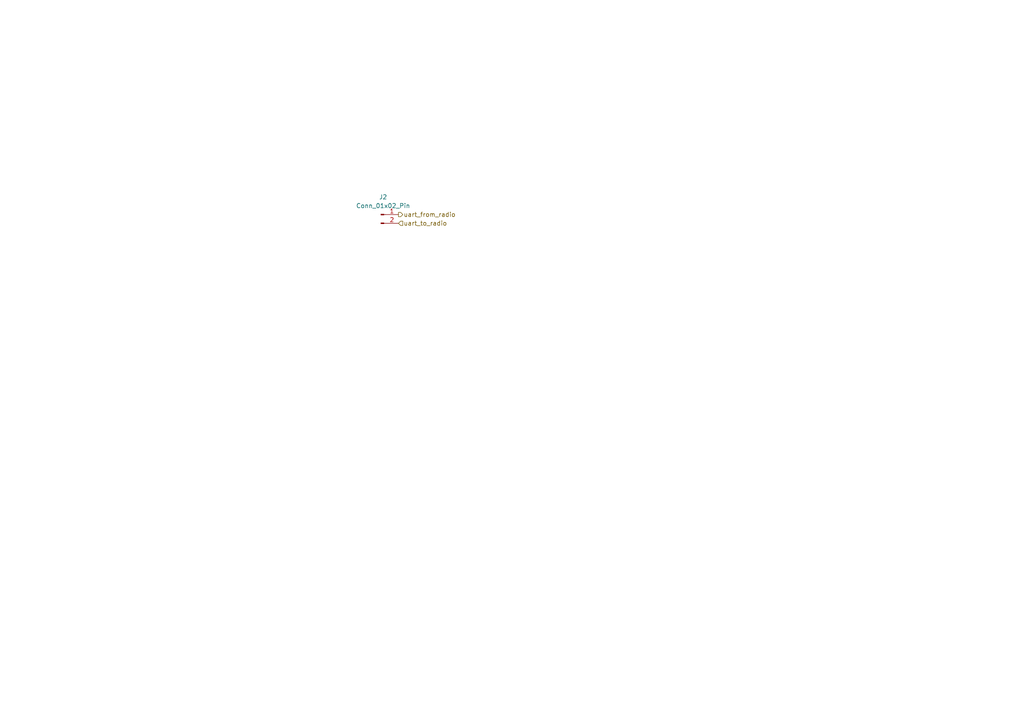
<source format=kicad_sch>
(kicad_sch (version 20230121) (generator eeschema)
  (paper "A4")
  (lib_symbols
    (symbol "Connector:Conn_01x02_Pin" (pin_names (offset 1.016) hide)
      (property "Reference" "J" (at 0 2.54 0))
      (property "Value" "Conn_01x02_Pin" (at 0 -5.08 0))
      (symbol "Conn_01x02_Pin_1_1"
        (polyline (pts (xy 1.27 -2.54) (xy 0.8636 -2.54)) (stroke (width 0.1524)))
        (polyline (pts (xy 1.27 0) (xy 0.8636 0)) (stroke (width 0.1524)))
        (rectangle (start 0.8636 -2.413) (end 0 -2.667) (stroke (width 0.1524)) (fill (type outline)))
        (rectangle (start 0.8636 0.127) (end 0 -0.127) (stroke (width 0.1524)) (fill (type outline)))
        (pin passive line (at 5.08 0 180) (length 3.81) (name "Pin_1") (number "1"))
        (pin passive line (at 5.08 -2.54 180) (length 3.81) (name "Pin_2") (number "2"))
      )
    )
  )
  (hierarchical_label "uart_from_radio" (shape output) (at 115.57 62.23 0))
  (hierarchical_label "uart_to_radio" (shape input) (at 115.57 64.77 0))
  (symbol (lib_id "Connector:Conn_01x02_Pin") (at 110.49 62.23 0) (unit 1)
    (property "Reference" "J2" (at 111.125 57.15 0))
    (property "Value" "Conn_01x02_Pin" (at 111.125 59.69 0))
  )
)
</source>
